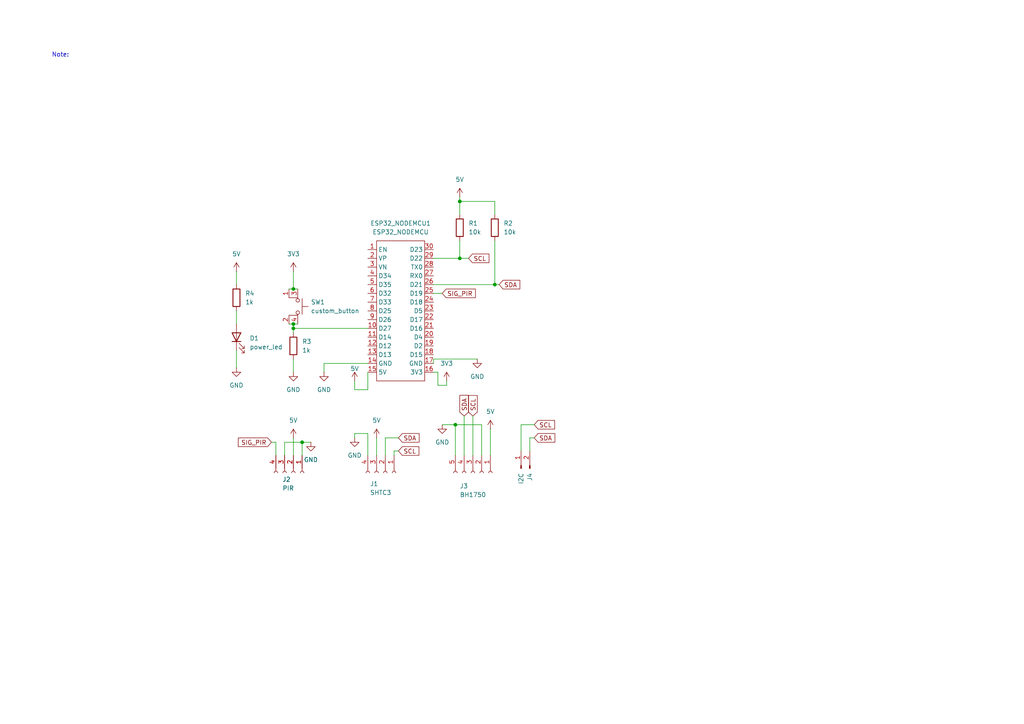
<source format=kicad_sch>
(kicad_sch (version 20231120) (generator "eeschema") (generator_version "8.0")
  (paper "A4")
  (lib_symbols
    (symbol "Connector:Conn_01x02_Pin" (pin_names (offset 1.016) hide)
      (property "Reference" "J" (at 0 2.54 0))
      (property "Value" "Conn_01x02_Pin" (at 0 -5.08 0))
      (symbol "Conn_01x02_Pin_1_1"
        (polyline (pts (xy 1.27 -2.54) (xy 0.8636 -2.54)) (stroke (width 0.1524)))
        (polyline (pts (xy 1.27 0) (xy 0.8636 0)) (stroke (width 0.1524)))
        (rectangle (start 0.8636 -2.413) (end 0 -2.667) (stroke (width 0.1524)) (fill (type outline)))
        (rectangle (start 0.8636 0.127) (end 0 -0.127) (stroke (width 0.1524)) (fill (type outline)))
        (pin passive line (at 5.08 0 180) (length 3.81) (name "Pin_1") (number "1"))
        (pin passive line (at 5.08 -2.54 180) (length 3.81) (name "Pin_2") (number "2"))
      )
    )
    (symbol "Connector:Conn_01x04_Socket" (pin_names (offset 1.016) hide)
      (property "Reference" "J" (at 0 5.08 0))
      (property "Value" "Conn_01x04_Socket" (at 0 -7.62 0))
      (symbol "Conn_01x04_Socket_1_1"
        (arc (start 0 -4.572) (mid -0.5058 -5.08) (end 0 -5.588) (stroke (width 0.1524)))
        (arc (start 0 -2.032) (mid -0.5058 -2.54) (end 0 -3.048) (stroke (width 0.1524)))
        (polyline (pts (xy -1.27 -5.08) (xy -0.508 -5.08)) (stroke (width 0.1524)))
        (polyline (pts (xy -1.27 -2.54) (xy -0.508 -2.54)) (stroke (width 0.1524)))
        (polyline (pts (xy -1.27 0) (xy -0.508 0)) (stroke (width 0.1524)))
        (polyline (pts (xy -1.27 2.54) (xy -0.508 2.54)) (stroke (width 0.1524)))
        (arc (start 0 0.508) (mid -0.5058 0) (end 0 -0.508) (stroke (width 0.1524)))
        (arc (start 0 3.048) (mid -0.5058 2.54) (end 0 2.032) (stroke (width 0.1524)))
        (pin passive line (at -5.08 2.54 0) (length 3.81) (name "Pin_1") (number "1"))
        (pin passive line (at -5.08 0 0) (length 3.81) (name "Pin_2") (number "2"))
        (pin passive line (at -5.08 -2.54 0) (length 3.81) (name "Pin_3") (number "3"))
        (pin passive line (at -5.08 -5.08 0) (length 3.81) (name "Pin_4") (number "4"))
      )
    )
    (symbol "Connector:Conn_01x05_Socket" (pin_names (offset 1.016) hide)
      (property "Reference" "J" (at 0 7.62 0))
      (property "Value" "Conn_01x05_Socket" (at 0 -7.62 0))
      (symbol "Conn_01x05_Socket_1_1"
        (arc (start 0 -4.572) (mid -0.5058 -5.08) (end 0 -5.588) (stroke (width 0.1524)))
        (arc (start 0 -2.032) (mid -0.5058 -2.54) (end 0 -3.048) (stroke (width 0.1524)))
        (polyline (pts (xy -1.27 -5.08) (xy -0.508 -5.08)) (stroke (width 0.1524)))
        (polyline (pts (xy -1.27 -2.54) (xy -0.508 -2.54)) (stroke (width 0.1524)))
        (polyline (pts (xy -1.27 0) (xy -0.508 0)) (stroke (width 0.1524)))
        (polyline (pts (xy -1.27 2.54) (xy -0.508 2.54)) (stroke (width 0.1524)))
        (polyline (pts (xy -1.27 5.08) (xy -0.508 5.08)) (stroke (width 0.1524)))
        (arc (start 0 0.508) (mid -0.5058 0) (end 0 -0.508) (stroke (width 0.1524)))
        (arc (start 0 3.048) (mid -0.5058 2.54) (end 0 2.032) (stroke (width 0.1524)))
        (arc (start 0 5.588) (mid -0.5058 5.08) (end 0 4.572) (stroke (width 0.1524)))
        (pin passive line (at -5.08 5.08 0) (length 3.81) (name "Pin_1") (number "1"))
        (pin passive line (at -5.08 2.54 0) (length 3.81) (name "Pin_2") (number "2"))
        (pin passive line (at -5.08 0 0) (length 3.81) (name "Pin_3") (number "3"))
        (pin passive line (at -5.08 -2.54 0) (length 3.81) (name "Pin_4") (number "4"))
        (pin passive line (at -5.08 -5.08 0) (length 3.81) (name "Pin_5") (number "5"))
      )
    )
    (symbol "Device:LED" (pin_numbers hide) (pin_names (offset 1.016) hide)
      (property "Reference" "D" (at 0 2.54 0))
      (property "Value" "LED" (at 0 -2.54 0))
      (symbol "LED_0_1"
        (polyline (pts (xy -1.27 -1.27) (xy -1.27 1.27)) (stroke (width 0.254)))
        (polyline (pts (xy -1.27 0) (xy 1.27 0)))
        (polyline (pts (xy 1.27 -1.27) (xy 1.27 1.27) (xy -1.27 0) (xy 1.27 -1.27)) (stroke (width 0.254)))
        (polyline (pts (xy -3.048 -0.762) (xy -4.572 -2.286) (xy -3.81 -2.286) (xy -4.572 -2.286) (xy -4.572 -1.524)))
        (polyline (pts (xy -1.778 -0.762) (xy -3.302 -2.286) (xy -2.54 -2.286) (xy -3.302 -2.286) (xy -3.302 -1.524)))
      )
      (symbol "LED_1_1"
        (pin passive line (at -3.81 0 0) (length 2.54) (name "K") (number "1"))
        (pin passive line (at 3.81 0 180) (length 2.54) (name "A") (number "2"))
      )
    )
    (symbol "Device:R" (pin_numbers hide) (pin_names (offset 0))
      (property "Reference" "R" (at 2.032 0 90))
      (property "Value" "R" (at 0 0 90))
      (symbol "R_0_1"
        (rectangle (start -1.016 -2.54) (end 1.016 2.54) (stroke (width 0.254)))
      )
      (symbol "R_1_1"
        (pin passive line (at 0 3.81 270) (length 1.27) (name "~") (number "1"))
        (pin passive line (at 0 -3.81 90) (length 1.27) (name "~") (number "2"))
      )
    )
    (symbol "Switch:SW_MEC_5E" (pin_names (offset 1.016) hide)
      (property "Reference" "SW1" (at -1.2701 6.35 90))
      (property "Value" "custom_button" (at 1.2699 6.35 90))
      (symbol "SW_MEC_5E_0_1"
        (circle (center -1.778 2.54) (radius 0.508))
        (polyline (pts (xy -2.286 3.81) (xy 2.286 3.81)))
        (polyline (pts (xy 0 3.81) (xy 0 5.588)))
        (polyline (pts (xy -2.54 0) (xy -2.54 2.54) (xy -2.286 2.54)))
        (polyline (pts (xy 2.54 0) (xy 2.54 2.54) (xy 2.286 2.54)))
        (circle (center 1.778 2.54) (radius 0.508))
      )
      (symbol "SW_MEC_5E_1_1"
        (pin passive line (at -5.08 0 0) (length 2.54) (name "2") (number "1"))
        (pin passive line (at 5.08 0 180) (length 2.54) (name "K") (number "2"))
        (pin passive line (at -5.08 2.54 0) (length 2.54) (name "3") (number "3"))
        (pin passive line (at 5.08 2.54 180) (length 2.54) (name "4") (number "4"))
      )
    )
    (symbol "_mylibs:ESP32_NODEMCU"
      (property "Reference" "ESP32_NODEMCU" (at 6.604 1.27 0))
      (property "Value" "ESP32_NODEMCU" (at 6.858 -41.91 0))
      (symbol "ESP32_NODEMCU_0_1"
        (rectangle (start 0 0) (end 13.97 -40.64))
      )
      (symbol "ESP32_NODEMCU_1_1"
        (pin input line (at -2.54 -2.54 0) (length 2.54) (name "EN") (number "1"))
        (pin input line (at -2.54 -25.4 0) (length 2.54) (name "D27") (number "10"))
        (pin input line (at -2.54 -27.94 0) (length 2.54) (name "D14") (number "11"))
        (pin input line (at -2.54 -30.48 0) (length 2.54) (name "D12") (number "12"))
        (pin input line (at -2.54 -33.02 0) (length 2.54) (name "D13") (number "13"))
        (pin output line (at -2.54 -35.56 0) (length 2.54) (name "GND") (number "14"))
        (pin power_in line (at -2.54 -38.1 0) (length 2.54) (name "5V") (number "15"))
        (pin power_out line (at 16.51 -38.1 180) (length 2.54) (name "3V3") (number "16"))
        (pin output line (at 16.51 -35.56 180) (length 2.54) (name "GND") (number "17"))
        (pin input line (at 16.51 -33.02 180) (length 2.54) (name "D15") (number "18"))
        (pin input line (at 16.51 -30.48 180) (length 2.54) (name "D2") (number "19"))
        (pin input line (at -2.54 -5.08 0) (length 2.54) (name "VP") (number "2"))
        (pin input line (at 16.51 -27.94 180) (length 2.54) (name "D4") (number "20"))
        (pin input line (at 16.51 -25.4 180) (length 2.54) (name "D16") (number "21"))
        (pin input line (at 16.51 -22.86 180) (length 2.54) (name "D17") (number "22"))
        (pin input line (at 16.51 -20.32 180) (length 2.54) (name "D5") (number "23"))
        (pin input line (at 16.51 -17.78 180) (length 2.54) (name "D18") (number "24"))
        (pin input line (at 16.51 -15.24 180) (length 2.54) (name "D19") (number "25"))
        (pin input line (at 16.51 -12.7 180) (length 2.54) (name "D21") (number "26"))
        (pin input line (at 16.51 -10.16 180) (length 2.54) (name "RX0") (number "27"))
        (pin input line (at 16.51 -7.62 180) (length 2.54) (name "TX0") (number "28"))
        (pin input line (at 16.51 -5.08 180) (length 2.54) (name "D22") (number "29"))
        (pin input line (at -2.54 -7.62 0) (length 2.54) (name "VN") (number "3"))
        (pin input line (at 16.51 -2.54 180) (length 2.54) (name "D23") (number "30"))
        (pin input line (at -2.54 -10.16 0) (length 2.54) (name "D34") (number "4"))
        (pin input line (at -2.54 -12.7 0) (length 2.54) (name "D35") (number "5"))
        (pin input line (at -2.54 -15.24 0) (length 2.54) (name "D32") (number "6"))
        (pin input line (at -2.54 -17.78 0) (length 2.54) (name "D33") (number "7"))
        (pin input line (at -2.54 -20.32 0) (length 2.54) (name "D25") (number "8"))
        (pin input line (at -2.54 -22.86 0) (length 2.54) (name "D26") (number "9"))
      )
    )
    (symbol "power:GND" (power) (pin_numbers hide) (pin_names (offset 0) hide)
      (property "Value" "GND" (at 0 -3.81 0))
      (symbol "GND_0_1"
        (polyline (pts (xy 0 0) (xy 0 -1.27) (xy 1.27 -1.27) (xy 0 -2.54) (xy -1.27 -1.27) (xy 0 -1.27)))
      )
      (symbol "GND_1_1"
        (pin power_in line (at 0 0 270) (length 0) (name "~") (number "1"))
      )
    )
    (symbol "power:VCC" (power) (pin_numbers hide) (pin_names (offset 0) hide)
      (property "Value" "VCC" (at 0 3.556 0))
      (symbol "VCC_0_1"
        (polyline (pts (xy -0.762 1.27) (xy 0 2.54)))
        (polyline (pts (xy 0 0) (xy 0 2.54)))
        (polyline (pts (xy 0 2.54) (xy 0.762 1.27)))
      )
      (symbol "VCC_1_1"
        (pin power_in line (at 0 0 90) (length 0) (name "~") (number "1"))
      )
    )
  )
  (junction (at 143.51 82.55))
  (junction (at 133.35 58.42))
  (junction (at 133.35 74.93))
  (junction (at 87.63 128.27))
  (junction (at 132.08 123.19))
  (junction (at 85.09 93.98))
  (junction (at 85.09 95.25))
  (junction (at 85.09 83.82))
  (wire (pts (xy 93.98 105.41) (xy 93.98 107.95)))
  (wire (pts (xy 68.58 101.6) (xy 68.58 106.68)))
  (wire (pts (xy 90.17 128.27) (xy 87.63 128.27)))
  (wire (pts (xy 139.7 132.08) (xy 139.7 123.19)))
  (wire (pts (xy 102.87 110.49) (xy 102.87 113.03)))
  (wire (pts (xy 125.73 104.14) (xy 125.73 105.41)))
  (wire (pts (xy 125.73 104.14) (xy 138.43 104.14)))
  (wire (pts (xy 106.68 125.73) (xy 102.87 125.73)))
  (wire (pts (xy 143.51 69.85) (xy 143.51 82.55)))
  (wire (pts (xy 133.35 74.93) (xy 135.89 74.93)))
  (wire (pts (xy 106.68 105.41) (xy 93.98 105.41)))
  (wire (pts (xy 114.3 130.81) (xy 114.3 132.08)))
  (wire (pts (xy 132.08 123.19) (xy 132.08 132.08)))
  (wire (pts (xy 125.73 107.95) (xy 127 107.95)))
  (wire (pts (xy 125.73 74.93) (xy 133.35 74.93)))
  (wire (pts (xy 85.09 95.25) (xy 85.09 96.52)))
  (wire (pts (xy 154.94 123.19) (xy 151.13 123.19)))
  (wire (pts (xy 134.62 120.65) (xy 134.62 132.08)))
  (wire (pts (xy 154.94 127) (xy 153.67 127)))
  (wire (pts (xy 82.55 128.27) (xy 82.55 132.08)))
  (wire (pts (xy 85.09 127) (xy 85.09 132.08)))
  (wire (pts (xy 115.57 127) (xy 111.76 127)))
  (wire (pts (xy 153.67 127) (xy 153.67 130.81)))
  (wire (pts (xy 87.63 128.27) (xy 87.63 132.08)))
  (wire (pts (xy 83.82 83.82) (xy 85.09 83.82)))
  (wire (pts (xy 106.68 107.95) (xy 106.68 113.03)))
  (wire (pts (xy 82.55 128.27) (xy 87.63 128.27)))
  (wire (pts (xy 111.76 127) (xy 111.76 132.08)))
  (wire (pts (xy 78.74 128.27) (xy 80.01 128.27)))
  (wire (pts (xy 85.09 104.14) (xy 85.09 107.95)))
  (wire (pts (xy 151.13 123.19) (xy 151.13 130.81)))
  (wire (pts (xy 102.87 125.73) (xy 102.87 127)))
  (wire (pts (xy 106.68 113.03) (xy 102.87 113.03)))
  (wire (pts (xy 85.09 78.74) (xy 85.09 83.82)))
  (wire (pts (xy 85.09 83.82) (xy 86.36 83.82)))
  (wire (pts (xy 143.51 82.55) (xy 144.78 82.55)))
  (wire (pts (xy 133.35 58.42) (xy 143.51 58.42)))
  (wire (pts (xy 133.35 58.42) (xy 133.35 57.15)))
  (wire (pts (xy 143.51 62.23) (xy 143.51 58.42)))
  (wire (pts (xy 142.24 124.46) (xy 142.24 132.08)))
  (wire (pts (xy 133.35 74.93) (xy 133.35 69.85)))
  (wire (pts (xy 132.08 123.19) (xy 128.27 123.19)))
  (wire (pts (xy 68.58 78.74) (xy 68.58 82.55)))
  (wire (pts (xy 80.01 128.27) (xy 80.01 132.08)))
  (wire (pts (xy 109.22 127) (xy 109.22 132.08)))
  (wire (pts (xy 133.35 62.23) (xy 133.35 58.42)))
  (wire (pts (xy 143.51 82.55) (xy 125.73 82.55)))
  (wire (pts (xy 68.58 90.17) (xy 68.58 93.98)))
  (wire (pts (xy 127 107.95) (xy 127 111.76)))
  (wire (pts (xy 85.09 93.98) (xy 85.09 95.25)))
  (wire (pts (xy 106.68 132.08) (xy 106.68 125.73)))
  (wire (pts (xy 85.09 95.25) (xy 106.68 95.25)))
  (wire (pts (xy 115.57 130.81) (xy 114.3 130.81)))
  (wire (pts (xy 83.82 93.98) (xy 85.09 93.98)))
  (wire (pts (xy 137.16 120.65) (xy 137.16 132.08)))
  (wire (pts (xy 129.54 111.76) (xy 129.54 110.49)))
  (wire (pts (xy 139.7 123.19) (xy 132.08 123.19)))
  (wire (pts (xy 125.73 85.09) (xy 128.27 85.09)))
  (wire (pts (xy 127 111.76) (xy 129.54 111.76)))
  (wire (pts (xy 85.09 93.98) (xy 86.36 93.98)))
  (text "Note: \n\n" (at 14.986 17.018 0) (effects (font (size 1.27 1.27)) (justify left)))
  (global_label "SCL" (shape input) (at 137.16 120.65 90) (property "Intersheetrefs" "${INTERSHEET_REFS}" (effects (hide yes))))
  (global_label "SCL" (shape input) (at 135.89 74.93 0) (property "Intersheetrefs" "${INTERSHEET_REFS}" (effects (hide yes))))
  (global_label "SDA" (shape input) (at 134.62 120.65 90) (property "Intersheetrefs" "${INTERSHEET_REFS}" (effects (hide yes))))
  (global_label "SDA" (shape input) (at 144.78 82.55 0) (property "Intersheetrefs" "${INTERSHEET_REFS}" (effects (hide yes))))
  (global_label "SIG_PIR" (shape input) (at 78.74 128.27 180) (property "Intersheetrefs" "${INTERSHEET_REFS}" (effects (hide yes))))
  (global_label "SCL" (shape input) (at 115.57 130.81 0) (property "Intersheetrefs" "${INTERSHEET_REFS}" (effects (hide yes))))
  (global_label "SIG_PIR" (shape input) (at 128.27 85.09 0) (property "Intersheetrefs" "${INTERSHEET_REFS}" (effects (hide yes))))
  (global_label "SDA" (shape input) (at 115.57 127 0) (property "Intersheetrefs" "${INTERSHEET_REFS}" (effects (hide yes))))
  (global_label "SCL" (shape input) (at 154.94 123.19 0) (property "Intersheetrefs" "${INTERSHEET_REFS}" (effects (hide yes))))
  (global_label "SDA" (shape input) (at 154.94 127 0) (property "Intersheetrefs" "${INTERSHEET_REFS}" (effects (hide yes))))
  (symbol (lib_id "Connector:Conn_01x02_Pin") (at 151.13 135.89 90) (unit 1)
    (property "Reference" "J4" (at 153.6701 137.16 0) (effects (justify right)))
    (property "Value" "I2C" (at 151.1301 137.16 0) (effects (justify right)))
    (property "Footprint" "Connector_PinHeader_2.54mm:PinHeader_1x02_P2.54mm_Vertical" (effects (hide yes)))
    (property "Description" "Generic connector, single row, 01x02, script generated" (effects (hide yes)))
  )
  (symbol (lib_id "Switch:SW_MEC_5E") (at 83.82 88.9 270) (unit 1)
    (property "Reference" "SW1" (at 90.17 87.6299 90) (effects (justify left)))
    (property "Value" "custom_button" (at 90.17 90.1699 90) (effects (justify left)))
    (property "Footprint" "_myLibrary:button_push_sms" (effects (hide yes)))
    (property "Datasheet" "https://asset.conrad.com/media10/add/160267/c1/-/gl/000183373DS01/datenblatt-183373-mentor-12541004-12541004-drucktaster-12-v-dcac-005-a-1-x-ausein-tastend-1-st.pdf" (effects (hide yes)))
    (property "Description" "https://www.conrad.at/de/p/mentor-1254-1004-1254-1004-drucktaster-12-v-dc-ac-0-05-a-1-x-aus-ein-tastend-1-st-183373.html" (effects (hide yes)))
    (property "Field5" "https://asset.conrad.com/media10/add/160267/c1/-/gl/000183373DS01/datenblatt-183373-mentor-12541004-12541004-drucktaster-12-v-dcac-005-a-1-x-ausein-tastend-1-st.pdf" (effects (hide yes)))
  )
  (symbol (lib_id "Device:R") (at 143.51 66.04 0) (unit 1)
    (property "Reference" "R2" (at 146.05 64.7699 0) (effects (justify left)))
    (property "Value" "10k" (at 146.05 67.3099 0) (effects (justify left)))
    (property "Footprint" "Resistor_SMD:R_0805_2012Metric" (effects (hide yes)))
    (property "Description" "Resistor" (effects (hide yes)))
    (property "Website" "https://jlcpcb.com/partdetail/18102-0805W8F1002T5E/C17414" (effects (hide yes)))
    (property "JLCPCB" "C17414" (effects (hide yes)))
  )
  (symbol (lib_id "power:GND") (at 85.09 107.95 0) (unit 1)
    (property "Reference" "#PWR6" (effects (hide yes)))
    (property "Value" "GND" (at 85.09 113.03 0))
    (property "Description" "Power symbol creates a global label with name \"GND\" , ground" (effects (hide yes)))
  )
  (symbol (lib_id "power:GND") (at 128.27 123.19 0) (unit 1)
    (property "Reference" "#PWR4" (effects (hide yes)))
    (property "Value" "GND" (at 128.27 128.27 0))
    (property "Description" "Power symbol creates a global label with name \"GND\" , ground" (effects (hide yes)))
  )
  (symbol (lib_id "power:VCC") (at 109.22 127 0) (unit 1)
    (property "Reference" "#PWR14" (effects (hide yes)))
    (property "Value" "5V" (at 109.22 121.92 0))
    (property "Description" "Power symbol creates a global label with name \"VCC\"" (effects (hide yes)))
  )
  (symbol (lib_id "power:VCC") (at 85.09 127 0) (unit 1)
    (property "Reference" "#PWR13" (effects (hide yes)))
    (property "Value" "5V" (at 85.09 121.92 0))
    (property "Description" "Power symbol creates a global label with name \"VCC\"" (effects (hide yes)))
  )
  (symbol (lib_id "Device:LED") (at 68.58 97.79 90) (unit 1)
    (property "Reference" "D1" (at 72.39 98.1074 90) (effects (justify right)))
    (property "Value" "power_led" (at 72.39 100.6474 90) (effects (justify right)))
    (property "Footprint" "LED_THT:LED_D3.0mm" (effects (hide yes)))
    (property "Description" "Light emitting diode" (effects (hide yes)))
  )
  (symbol (lib_id "power:GND") (at 93.98 107.95 0) (unit 1)
    (property "Reference" "#PWR5" (effects (hide yes)))
    (property "Value" "GND" (at 93.98 113.03 0))
    (property "Description" "Power symbol creates a global label with name \"GND\" , ground" (effects (hide yes)))
  )
  (symbol (lib_id "power:VCC") (at 102.87 110.49 0) (unit 1)
    (property "Reference" "#PWR10" (effects (hide yes)))
    (property "Value" "5V" (at 102.87 106.934 0))
    (property "Description" "Power symbol creates a global label with name \"VCC\"" (effects (hide yes)))
  )
  (symbol (lib_id "Device:R") (at 133.35 66.04 0) (unit 1)
    (property "Reference" "R1" (at 135.89 64.7699 0) (effects (justify left)))
    (property "Value" "10k" (at 135.89 67.3099 0) (effects (justify left)))
    (property "Footprint" "Resistor_SMD:R_0805_2012Metric" (effects (hide yes)))
    (property "Description" "Resistor" (effects (hide yes)))
    (property "Website" "https://jlcpcb.com/partdetail/18102-0805W8F1002T5E/C17414" (effects (hide yes)))
    (property "JLCPCB" "C17414" (effects (hide yes)))
  )
  (symbol (lib_id "Connector:Conn_01x04_Socket") (at 111.76 137.16 270) (unit 1)
    (property "Reference" "J1" (at 107.315 140.3349 90) (effects (justify left)))
    (property "Value" "SHTC3" (at 107.315 142.8749 90) (effects (justify left)))
    (property "Footprint" "Connector_PinSocket_2.54mm:PinSocket_1x04_P2.54mm_Vertical" (effects (hide yes)))
    (property "Description" "Generic connector, single row, 01x04, script generated" (effects (hide yes)))
  )
  (symbol (lib_id "Device:R") (at 85.09 100.33 0) (unit 1)
    (property "Reference" "R3" (at 87.63 99.0599 0) (effects (justify left)))
    (property "Value" "1k" (at 87.63 101.5999 0) (effects (justify left)))
    (property "Footprint" "Resistor_SMD:R_0805_2012Metric" (effects (hide yes)))
    (property "Description" "Resistor" (effects (hide yes)))
    (property "Website" "https://jlcpcb.com/partdetail/18201-0805W8F1001T5E/C17513" (effects (hide yes)))
    (property "JLCPCB" "C17513" (effects (hide yes)))
  )
  (symbol (lib_id "power:GND") (at 102.87 127 0) (unit 1)
    (property "Reference" "#PWR3" (effects (hide yes)))
    (property "Value" "GND" (at 102.87 132.08 0))
    (property "Description" "Power symbol creates a global label with name \"GND\" , ground" (effects (hide yes)))
  )
  (symbol (lib_id "Device:R") (at 68.58 86.36 0) (unit 1)
    (property "Reference" "R4" (at 71.12 85.0899 0) (effects (justify left)))
    (property "Value" "1k" (at 71.12 87.6299 0) (effects (justify left)))
    (property "Footprint" "Resistor_SMD:R_0805_2012Metric" (effects (hide yes)))
    (property "Description" "Resistor" (effects (hide yes)))
    (property "Website" "https://jlcpcb.com/partdetail/18201-0805W8F1001T5E/C17513" (effects (hide yes)))
    (property "JLCPCB" "C17513" (effects (hide yes)))
  )
  (symbol (lib_id "power:GND") (at 90.17 128.27 0) (unit 1)
    (property "Reference" "#PWR2" (effects (hide yes)))
    (property "Value" "GND" (at 90.17 133.35 0))
    (property "Description" "Power symbol creates a global label with name \"GND\" , ground" (effects (hide yes)))
  )
  (symbol (lib_id "power:VCC") (at 68.58 78.74 0) (unit 1)
    (property "Reference" "#PWR8" (effects (hide yes)))
    (property "Value" "5V" (at 68.58 73.66 0))
    (property "Description" "Power symbol creates a global label with name \"VCC\"" (effects (hide yes)))
  )
  (symbol (lib_id "power:GND") (at 138.43 104.14 0) (unit 1)
    (property "Reference" "#PWR1" (effects (hide yes)))
    (property "Value" "GND" (at 138.43 109.22 0))
    (property "Description" "Power symbol creates a global label with name \"GND\" , ground" (effects (hide yes)))
  )
  (symbol (lib_id "power:GND") (at 68.58 106.68 0) (unit 1)
    (property "Reference" "#PWR7" (effects (hide yes)))
    (property "Value" "GND" (at 68.58 111.76 0))
    (property "Description" "Power symbol creates a global label with name \"GND\" , ground" (effects (hide yes)))
  )
  (symbol (lib_id "power:VCC") (at 142.24 124.46 0) (unit 1)
    (property "Reference" "#PWR15" (effects (hide yes)))
    (property "Value" "5V" (at 142.24 119.38 0))
    (property "Description" "Power symbol creates a global label with name \"VCC\"" (effects (hide yes)))
  )
  (symbol (lib_id "power:VCC") (at 133.35 57.15 0) (unit 1)
    (property "Reference" "#PWR12" (effects (hide yes)))
    (property "Value" "5V" (at 133.35 52.07 0))
    (property "Description" "Power symbol creates a global label with name \"VCC\"" (effects (hide yes)))
  )
  (symbol (lib_id "_mylibs:ESP32_NODEMCU") (at 109.22 69.85 0) (unit 1)
    (property "Reference" "ESP32_NODEMCU1" (at 116.205 64.77 0))
    (property "Value" "ESP32_NODEMCU" (at 116.205 67.31 0))
    (property "Footprint" "_myLibrary:ESP32_NODEMCU" (effects (hide yes)))
  )
  (symbol (lib_id "power:VCC") (at 129.54 110.49 0) (unit 1)
    (property "Reference" "#PWR11" (effects (hide yes)))
    (property "Value" "3V3" (at 129.54 105.41 0))
    (property "Description" "Power symbol creates a global label with name \"VCC\"" (effects (hide yes)))
  )
  (symbol (lib_id "Connector:Conn_01x05_Socket") (at 137.16 137.16 270) (unit 1)
    (property "Reference" "J3" (at 133.35 140.9699 90) (effects (justify left)))
    (property "Value" "BH1750" (at 133.35 143.5099 90) (effects (justify left)))
    (property "Footprint" "Connector_PinSocket_2.54mm:PinSocket_1x05_P2.54mm_Vertical" (effects (hide yes)))
    (property "Description" "Generic connector, single row, 01x05, script generated" (effects (hide yes)))
  )
  (symbol (lib_id "Connector:Conn_01x04_Socket") (at 85.09 137.16 270) (unit 1)
    (property "Reference" "J2" (at 81.915 139.0649 90) (effects (justify left)))
    (property "Value" "PIR" (at 81.915 141.6049 90) (effects (justify left)))
    (property "Footprint" "Connector_PinSocket_2.54mm:PinSocket_1x04_P2.54mm_Vertical" (effects (hide yes)))
    (property "Description" "Generic connector, single row, 01x04, script generated" (effects (hide yes)))
  )
  (symbol (lib_id "power:VCC") (at 85.09 78.74 0) (unit 1)
    (property "Reference" "#PWR9" (effects (hide yes)))
    (property "Value" "3V3" (at 85.09 73.66 0))
    (property "Description" "Power symbol creates a global label with name \"VCC\"" (effects (hide yes)))
  )
)
</source>
